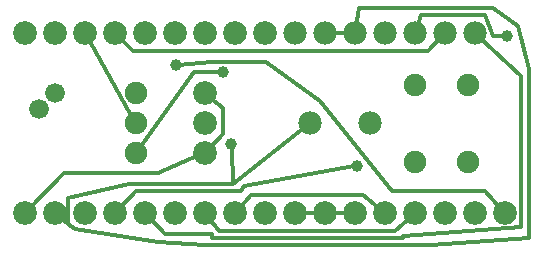
<source format=gtl>
G04 MADE WITH FRITZING*
G04 WWW.FRITZING.ORG*
G04 DOUBLE SIDED*
G04 HOLES PLATED*
G04 CONTOUR ON CENTER OF CONTOUR VECTOR*
%ASAXBY*%
%FSLAX23Y23*%
%MOIN*%
%OFA0B0*%
%SFA1.0B1.0*%
%ADD10C,0.075000*%
%ADD11C,0.079370*%
%ADD12C,0.066000*%
%ADD13C,0.078000*%
%ADD14C,0.039370*%
%ADD15C,0.012000*%
%LNCOPPER1*%
G90*
G70*
G54D10*
X436Y327D03*
X436Y427D03*
X436Y527D03*
G54D11*
X967Y127D03*
X1067Y127D03*
X1167Y127D03*
X1267Y127D03*
X1367Y127D03*
X1467Y127D03*
X1567Y127D03*
X1667Y127D03*
X67Y127D03*
X167Y127D03*
X267Y127D03*
X367Y127D03*
X467Y127D03*
X567Y127D03*
X667Y127D03*
X767Y127D03*
X867Y127D03*
X67Y727D03*
X167Y727D03*
X267Y727D03*
X367Y727D03*
X467Y727D03*
X567Y727D03*
X667Y727D03*
X767Y727D03*
X867Y727D03*
G54D12*
X114Y474D03*
X167Y527D03*
X114Y474D03*
X167Y527D03*
G54D13*
X1017Y427D03*
X1217Y427D03*
X1567Y727D03*
X1467Y727D03*
X1367Y727D03*
X1267Y727D03*
X1167Y727D03*
X1067Y727D03*
X967Y727D03*
G54D10*
X1367Y298D03*
X1367Y554D03*
X1545Y298D03*
X1545Y554D03*
G54D11*
X667Y527D03*
X667Y427D03*
X667Y327D03*
G54D14*
X726Y596D03*
X570Y620D03*
X1173Y284D03*
X1674Y716D03*
X755Y356D03*
G54D15*
X277Y710D02*
X427Y442D01*
D02*
X1252Y140D02*
X1194Y188D01*
D02*
X1353Y114D02*
X1302Y68D01*
D02*
X822Y188D02*
X781Y142D01*
D02*
X1194Y188D02*
X822Y188D01*
D02*
X714Y68D02*
X680Y112D01*
D02*
X1302Y68D02*
X714Y68D01*
D02*
X1454Y713D02*
X1410Y668D01*
D02*
X718Y596D02*
X630Y596D01*
D02*
X426Y668D02*
X381Y713D01*
D02*
X1410Y668D02*
X426Y668D01*
D02*
X630Y596D02*
X446Y341D01*
D02*
X682Y514D02*
X726Y476D01*
D02*
X726Y392D02*
X681Y342D01*
D02*
X726Y476D02*
X726Y392D01*
D02*
X81Y141D02*
X198Y260D01*
D02*
X510Y260D02*
X649Y319D01*
D02*
X198Y260D02*
X510Y260D01*
D02*
X1290Y200D02*
X1050Y500D01*
D02*
X1602Y200D02*
X1290Y200D01*
D02*
X1654Y142D02*
X1602Y200D01*
D02*
X690Y632D02*
X578Y621D01*
D02*
X870Y632D02*
X690Y632D01*
D02*
X1050Y500D02*
X870Y632D01*
D02*
X438Y200D02*
X381Y141D01*
D02*
X786Y200D02*
X438Y200D01*
D02*
X798Y218D02*
X786Y200D01*
D02*
X1165Y283D02*
X798Y218D01*
D02*
X1722Y80D02*
X1326Y50D01*
D02*
X1722Y584D02*
X1722Y80D01*
D02*
X1581Y714D02*
X1722Y584D01*
D02*
X534Y56D02*
X481Y113D01*
D02*
X690Y56D02*
X534Y56D01*
D02*
X690Y44D02*
X690Y56D01*
D02*
X1326Y44D02*
X690Y44D01*
D02*
X1326Y50D02*
X1326Y44D01*
D02*
X1087Y127D02*
X1148Y127D01*
D02*
X987Y127D02*
X1048Y127D01*
D02*
X1373Y745D02*
X1386Y788D01*
D02*
X1148Y727D02*
X1086Y727D01*
D02*
X1002Y415D02*
X762Y224D01*
D02*
X1626Y716D02*
X1666Y716D01*
D02*
X1602Y788D02*
X1626Y716D01*
D02*
X1386Y788D02*
X1602Y788D01*
D02*
X414Y224D02*
X210Y176D01*
D02*
X762Y224D02*
X414Y224D01*
D02*
X234Y74D02*
X510Y32D01*
D02*
X210Y92D02*
X234Y74D01*
D02*
X210Y176D02*
X210Y92D01*
D02*
X1746Y608D02*
X1710Y752D01*
D02*
X1746Y44D02*
X1746Y608D01*
D02*
X1422Y20D02*
X1746Y44D01*
D02*
X666Y20D02*
X1422Y20D01*
D02*
X510Y32D02*
X666Y20D01*
D02*
X1626Y812D02*
X1182Y812D01*
D02*
X1710Y752D02*
X1626Y812D01*
D02*
X1182Y812D02*
X1171Y746D01*
D02*
X756Y348D02*
X762Y224D01*
D02*
X183Y115D02*
X210Y92D01*
G04 End of Copper1*
M02*
</source>
